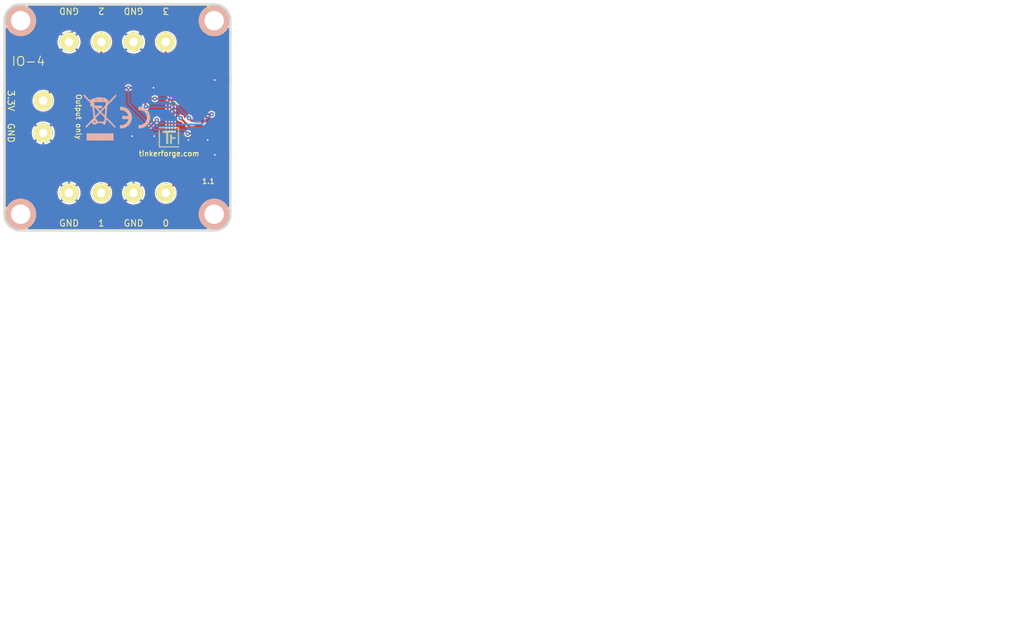
<source format=kicad_pcb>
(kicad_pcb (version 20221018) (generator pcbnew)
  (title_block (title "IO4 Bricklet") (date "18 jan 2013") (rev "1.1") (company "Tinkerforge GmbH") (comment 1 "Licensed under CERN OHL v.1.1") (comment 2 "Copyright (©) 2011, B.Nordmeyer <bastian@tinkerforge.com>"))
  (layers (0 "F.Cu" signal "Vorderseite") (31 "B.Cu" signal "Rückseite") (34 "B.Paste" user) (35 "F.Paste" user) (36 "B.SilkS" user "B.Silkscreen") (37 "F.SilkS" user "F.Silkscreen") (38 "B.Mask" user) (39 "F.Mask" user) (44 "Edge.Cuts" user))
  (net 0 "")
  (net 1 "GND")
  (net 2 "SCL")
  (net 3 "SDA")
  (net 4 "VCC")
  (net 5 "Net-(J1-Pad1)")
  (net 6 "Net-(J2-Pad1)")
  (net 7 "Net-(J3-Pad2)")
  (net 8 "Net-(J4-Pad2)")
  (net 9 "Net-(P1-Pad1)")
  (net 10 "Net-(P1-Pad6)")
  (net 11 "Net-(P1-Pad7)")
  (net 12 "Net-(P1-Pad8)")
  (net 13 "Net-(P1-Pad9)")
  (net 14 "Net-(P1-Pad10)")
  (net 15 "Net-(U1-Pad7)")
  (footprint "kicad-libraries:Logo_31x31" (layer "F.Cu") (at 148.3233 85.9028)
    (fp_text reference "Ref**" hide)
    (fp_text value "Val**" hide)
  )
  (footprint "kicad-libraries:Fiducial_Mark" (layer "F.Cu") (at 126.02464 95.60052)
    (fp_text reference "Fiducial_Mark" hide)
    (fp_text value "VAL**" hide)
    (pad "1" smd circle (at 0 0) (size 1.00076 1.00076) (layers "F.Cu" "F.Paste" "F.Mask") (clearance 0.65024))
  )
  (footprint "kicad-libraries:Fiducial_Mark" (layer "F.Cu") (at 157.9245 72.90054)
    (fp_text reference "Fiducial_Mark" hide)
    (fp_text value "VAL**" hide)
    (pad "1" smd circle (at 0 0) (size 1.00076 1.00076) (layers "F.Cu" "F.Paste" "F.Mask") (clearance 0.65024))
  )
  (footprint "C0603" (layer "F.Cu") (at 145.923 79.80172)
    (fp_text reference "C1")
    (fp_text value "100nF")
    (pad "1" smd rect (at -0.8001 0) (size 0.8001 0.8001) (layers "F.Cu" "F.Paste" "F.Mask") (net 4 "VCC"))
    (pad "2" smd rect (at 0.8001 0) (size 0.8001 0.8001) (layers "F.Cu" "F.Paste" "F.Mask") (net 1 "GND"))
  )
  (footprint "AKL_5_2" (layer "F.Cu") (at 146.92376 96.1009 180)
    (fp_text reference "J1")
    (fp_text value "AKL_5_2")
    (pad "1" thru_hole circle (at -2.49936 0 180) (size 2.99974 2.99974) (drill 1.30048) (layers "*.Cu" "*.Mask" "F.SilkS") (net 5 "Net-(J1-Pad1)"))
    (pad "2" thru_hole circle (at 2.49936 0 180) (size 2.99974 2.99974) (drill 1.30048) (layers "*.Cu" "*.Mask" "F.SilkS") (net 1 "GND"))
  )
  (footprint "AKL_5_2" (layer "F.Cu") (at 136.92378 96.1009 180)
    (fp_text reference "J2")
    (fp_text value "AKL_5_2")
    (pad "1" thru_hole circle (at -2.49936 0 180) (size 2.99974 2.99974) (drill 1.30048) (layers "*.Cu" "*.Mask" "F.SilkS") (net 6 "Net-(J2-Pad1)"))
    (pad "2" thru_hole circle (at 2.49936 0 180) (size 2.99974 2.99974) (drill 1.30048) (layers "*.Cu" "*.Mask" "F.SilkS") (net 1 "GND"))
  )
  (footprint "AKL_5_2" (layer "F.Cu") (at 136.92378 72.70242)
    (fp_text reference "J3")
    (fp_text value "AKL_5_2")
    (pad "1" thru_hole circle (at -2.49936 0) (size 2.99974 2.99974) (drill 1.30048) (layers "*.Cu" "*.Mask" "F.SilkS") (net 1 "GND"))
    (pad "2" thru_hole circle (at 2.49936 0) (size 2.99974 2.99974) (drill 1.30048) (layers "*.Cu" "*.Mask" "F.SilkS") (net 7 "Net-(J3-Pad2)"))
  )
  (footprint "AKL_5_2" (layer "F.Cu") (at 146.92376 72.70242)
    (fp_text reference "J4")
    (fp_text value "AKL_5_2")
    (pad "1" thru_hole circle (at -2.49936 0) (size 2.99974 2.99974) (drill 1.30048) (layers "*.Cu" "*.Mask" "F.SilkS") (net 1 "GND"))
    (pad "2" thru_hole circle (at 2.49936 0) (size 2.99974 2.99974) (drill 1.30048) (layers "*.Cu" "*.Mask" "F.SilkS") (net 8 "Net-(J4-Pad2)"))
  )
  (footprint "AKL_5_2" (layer "F.Cu") (at 130.42392 84.3026 90)
    (fp_text reference "J5")
    (fp_text value "AKL_5_2")
    (pad "1" thru_hole circle (at -2.49936 0 90) (size 2.99974 2.99974) (drill 1.30048) (layers "*.Cu" "*.Mask" "F.SilkS") (net 1 "GND"))
    (pad "2" thru_hole circle (at 2.49936 0 90) (size 2.99974 2.99974) (drill 1.30048) (layers "*.Cu" "*.Mask" "F.SilkS") (net 4 "VCC"))
  )
  (footprint "CON-SENSOR" (layer "F.Cu") (at 159.4231 84.4042 90)
    (fp_text reference "P1")
    (fp_text value "CON-SENSOR")
    (pad "1" smd rect (at -4.50088 -4.7752 90) (size 0.59944 1.5494) (layers "F.Cu" "F.Paste" "F.Mask") (net 9 "Net-(P1-Pad1)"))
    (pad "2" smd rect (at -3.50012 -4.7752 90) (size 0.59944 1.5494) (layers "F.Cu" "F.Paste" "F.Mask") (net 1 "GND"))
    (pad "3" smd rect (at -2.49936 -4.7752 90) (size 0.59944 1.5494) (layers "F.Cu" "F.Paste" "F.Mask") (net 4 "VCC"))
    (pad "4" smd rect (at -1.50114 -4.7752 90) (size 0.59944 1.5494) (layers "F.Cu" "F.Paste" "F.Mask") (net 2 "SCL"))
    (pad "5" smd rect (at -0.50038 -4.7752 90) (size 0.59944 1.5494) (layers "F.Cu" "F.Paste" "F.Mask") (net 3 "SDA"))
    (pad "6" smd rect (at 0.50038 -4.7752 90) (size 0.59944 1.5494) (layers "F.Cu" "F.Paste" "F.Mask") (net 10 "Net-(P1-Pad6)"))
    (pad "7" smd rect (at 1.50114 -4.7752 90) (size 0.59944 1.5494) (layers "F.Cu" "F.Paste" "F.Mask") (net 11 "Net-(P1-Pad7)"))
    (pad "8" smd rect (at 2.49936 -4.7752 90) (size 0.59944 1.5494) (layers "F.Cu" "F.Paste" "F.Mask") (net 12 "Net-(P1-Pad8)"))
    (pad "9" smd rect (at 3.50012 -4.7752 90) (size 0.59944 1.5494) (layers "F.Cu" "F.Paste" "F.Mask") (net 13 "Net-(P1-Pad9)"))
    (pad "10" smd rect (at 4.50088 -4.7752 90) (size 0.59944 1.5494) (layers "F.Cu" "F.Paste" "F.Mask") (net 14 "Net-(P1-Pad10)"))
    (pad "EP" smd rect (at -5.79882 -0.89916 90) (size 1.19888 1.80086) (layers "F.Cu" "F.Paste" "F.Mask") (net 1 "GND"))
    (pad "EP" smd rect (at 5.79882 -0.89916 90) (size 1.19888 1.80086) (layers "F.Cu" "F.Paste" "F.Mask") (net 1 "GND"))
  )
  (footprint "4X0402" (layer "F.Cu") (at 151.12492 81.40192 90)
    (fp_text reference "RP1")
    (fp_text value "100")
    (pad "1" smd rect (at -0.7493 0.575 270) (size 0.29972 0.65) (layers "F.Cu" "F.Paste" "F.Mask") (net 11 "Net-(P1-Pad7)"))
    (pad "2" smd rect (at -0.24892 0.575 270) (size 0.29972 0.65) (layers "F.Cu" "F.Paste" "F.Mask") (net 12 "Net-(P1-Pad8)"))
    (pad "3" smd rect (at 0.24892 0.575 270) (size 0.29972 0.65) (layers "F.Cu" "F.Paste" "F.Mask") (net 13 "Net-(P1-Pad9)"))
    (pad "4" smd rect (at 0.7493 0.575 270) (size 0.29972 0.65) (layers "F.Cu" "F.Paste" "F.Mask") (net 14 "Net-(P1-Pad10)"))
    (pad "5" smd rect (at 0.7493 -0.575 90) (size 0.29972 0.65) (layers "F.Cu" "F.Paste" "F.Mask") (net 8 "Net-(J4-Pad2)"))
    (pad "6" smd rect (at 0.24892 -0.575 90) (size 0.29972 0.65) (layers "F.Cu" "F.Paste" "F.Mask") (net 7 "Net-(J3-Pad2)"))
    (pad "7" smd rect (at -0.24892 -0.575 90) (size 0.29972 0.65) (layers "F.Cu" "F.Paste" "F.Mask") (net 6 "Net-(J2-Pad1)"))
    (pad "8" smd rect (at -0.7493 -0.575 90) (size 0.29972 0.65) (layers "F.Cu" "F.Paste" "F.Mask") (net 5 "Net-(J1-Pad1)"))
  )
  (footprint "kicad-libraries:TSSOP8" (layer "F.Cu") (at 145.923 84.40166)
    (fp_text reference "U1")
    (fp_text value "M24C64")
    (pad "1" smd rect (at -0.97282 2.89814 180) (size 0.39878 1.29794) (layers "F.Cu" "F.Paste" "F.Mask") (net 1 "GND"))
    (pad "2" smd rect (at -0.32258 2.89814 180) (size 0.39878 1.29794) (layers "F.Cu" "F.Paste" "F.Mask") (net 1 "GND"))
    (pad "3" smd rect (at 0.32258 2.89814 180) (size 0.39878 1.29794) (layers "F.Cu" "F.Paste" "F.Mask") (net 10 "Net-(P1-Pad6)"))
    (pad "4" smd rect (at 0.97282 2.89814 180) (size 0.39878 1.29794) (layers "F.Cu" "F.Paste" "F.Mask") (net 1 "GND"))
    (pad "5" smd rect (at 0.97282 -2.89814) (size 0.39878 1.29794) (layers "F.Cu" "F.Paste" "F.Mask") (net 3 "SDA"))
    (pad "6" smd rect (at 0.32258 -2.89814) (size 0.39878 1.29794) (layers "F.Cu" "F.Paste" "F.Mask") (net 2 "SCL"))
    (pad "7" smd rect (at -0.32258 -2.89814) (size 0.39878 1.29794) (layers "F.Cu" "F.Paste" "F.Mask") (net 15 "Net-(U1-Pad7)"))
    (pad "8" smd rect (at -0.97282 -2.89814) (size 0.39878 1.29794) (layers "F.Cu" "F.Paste" "F.Mask") (net 4 "VCC"))
  )
  (footprint "DRILL_NP" (layer "F.Cu") (at 156.92374 69.40042)
    (fp_text reference "U2" hide)
    (fp_text value "DRILL" hide)
    (pad "" np_thru_hole circle (at 0 0) (size 2.99974 2.99974) (drill 2.99974) (layers "*.Cu" "*.Mask" "F.SilkS") (clearance 0.89916))
  )
  (footprint "DRILL_NP" (layer "F.Cu") (at 156.92374 99.4029 90)
    (fp_text reference "U3" hide)
    (fp_text value "DRILL" hide)
    (pad "" np_thru_hole circle (at 0 0 90) (size 2.99974 2.99974) (drill 2.99974) (layers "*.Cu" "*.Mask" "F.SilkS") (clearance 0.89916))
  )
  (footprint "DRILL_NP" (layer "F.Cu") (at 126.9238 99.4029)
    (fp_text reference "U4" hide)
    (fp_text value "DRILL" hide)
    (pad "" np_thru_hole circle (at 0 0) (size 2.99974 2.99974) (drill 2.99974) (layers "*.Cu" "*.Mask" "F.SilkS") (clearance 0.89916))
  )
  (footprint "DRILL_NP" (layer "F.Cu") (at 126.9238 69.40042 90)
    (fp_text reference "U5" hide)
    (fp_text value "DRILL" hide)
    (pad "" np_thru_hole circle (at 0 0 90) (size 2.99974 2.99974) (drill 2.99974) (layers "*.Cu" "*.Mask" "F.SilkS") (clearance 0.89916))
  )
  (footprint "kicad-libraries:WEEE_7mm" (layer "B.Cu") (at 139.225 84.4 180)
    (fp_text reference "VAL" hide)
    (fp_text value "WEEE_7mm" hide)
  )
  (footprint "kicad-libraries:CE_5mm" (layer "B.Cu") (at 144.625 84.425 180)
    (fp_text reference "VAL" hide)
    (fp_text value "CE_5mm" hide)
  )
  (gr_arc (start 126.9238 101.90226) (mid 125.156486 101.170214) (end 124.42444 99.4029) (stroke (width 0.381)) (layer "Edge.Cuts"))
  (gr_line (start 159.4231 99.4029) (end 159.4231 94.40164) (stroke (width 0.381)) (layer "Edge.Cuts"))
  (gr_arc (start 159.4231 99.4029) (mid 158.691054 101.170214) (end 156.92374 101.90226) (stroke (width 0.381)) (layer "Edge.Cuts"))
  (gr_line (start 126.9238 101.90226) (end 156.92374 101.90226) (stroke (width 0.381)) (layer "Edge.Cuts"))
  (gr_line (start 124.42444 99.4029) (end 124.42444 69.40042) (stroke (width 0.381)) (layer "Edge.Cuts"))
  (gr_line (start 159.4231 74.40168) (end 159.4231 69.40042) (stroke (width 0.381)) (layer "Edge.Cuts"))
  (gr_arc (start 156.92374 66.90106) (mid 158.691054 67.633106) (end 159.4231 69.40042) (stroke (width 0.381)) (layer "Edge.Cuts"))
  (gr_arc (start 124.42444 69.40042) (mid 125.156486 67.633106) (end 126.9238 66.90106) (stroke (width 0.381)) (layer "Edge.Cuts"))
  (gr_line (start 159.4231 94.40418) (end 159.4231 74.40422) (stroke (width 0.381)) (layer "Edge.Cuts"))
  (gr_line (start 126.9238 66.90106) (end 156.92374 66.90106) (stroke (width 0.381)) (layer "Edge.Cuts"))
  (gr_text "GND" (at 134.42442 100.80244) (layer "F.SilkS") (effects (font (size 1.00076 1.00076) (thickness 0.14986))))
  (gr_text "3.3V" (at 125.42266 81.8007 270) (layer "F.SilkS") (effects (font (size 1.00076 1.00076) (thickness 0.14986))))
  (gr_text "IO-4" (at 128.12268 75.70216) (layer "F.SilkS") (effects (font (size 1.39954 1.39954) (thickness 0.14986))))
  (gr_text "1" (at 139.42314 100.80244) (layer "F.SilkS") (effects (font (size 1.00076 1.00076) (thickness 0.14986))))
  (gr_text "0" (at 149.42312 100.80244) (layer "F.SilkS") (effects (font (size 1.00076 1.00076) (thickness 0.14986))))
  (gr_text "GND" (at 144.4244 67.90182 180) (layer "F.SilkS") (effects (font (size 1.00076 1.00076) (thickness 0.14986))))
  (gr_text "2" (at 139.42314 67.90182 180) (layer "F.SilkS") (effects (font (size 1.00076 1.00076) (thickness 0.14986))))
  (gr_text "tinkerforge.com" (at 149.9235 90.00236) (layer "F.SilkS") (effects (font (size 0.8001 0.8001) (thickness 0.14986))))
  (gr_text "Output only" (at 135.92302 84.3026 270) (layer "F.SilkS") (effects (font (size 0.8001 0.8001) (thickness 0.14986))))
  (gr_text "3" (at 149.42312 67.90182 180) (layer "F.SilkS") (effects (font (size 1.00076 1.00076) (thickness 0.14986))))
  (gr_text "1.1" (at 156.02458 94.30258) (layer "F.SilkS") (effects (font (size 0.8001 0.8001) (thickness 0.14986))))
  (gr_text "GND" (at 144.4244 100.80244) (layer "F.SilkS") (effects (font (size 1.00076 1.00076) (thickness 0.14986))))
  (gr_text "GND" (at 125.42266 86.80196 270) (layer "F.SilkS") (effects (font (size 1.00076 1.00076) (thickness 0.14986))))
  (gr_text "GND" (at 134.42442 67.90182 180) (layer "F.SilkS") (effects (font (size 1.00076 1.00076) (thickness 0.14986))))
  (segment (start 144.22628 87.2998) (end 144.22374 87.30234) (width 0.29972) (layer "F.Cu") (net 1))
  (segment (start 157.02534 90.20302) (end 157.0228 90.20048) (width 0.29972) (layer "F.Cu") (net 1))
  (segment (start 146.89582 87.2998) (end 147.62226 87.2998) (width 0.29972) (layer "F.Cu") (net 1))
  (segment (start 157.02534 78.60538) (end 158.52394 78.60538) (width 0.29972) (layer "F.Cu") (net 1))
  (segment (start 154.6479 87.90432) (end 155.92044 87.90432) (width 0.29972) (layer "F.Cu") (net 1))
  (segment (start 152.92578 87.90432) (end 152.92324 87.90178) (width 0.29972) (layer "F.Cu") (net 1))
  (segment (start 158.52394 90.20302) (end 157.02534 90.20302) (width 0.29972) (layer "F.Cu") (net 1))
  (segment (start 155.92044 87.90432) (end 155.92298 87.90178) (width 0.29972) (layer "F.Cu") (net 1))
  (segment (start 144.95018 87.2998) (end 144.22628 87.2998) (width 0.29972) (layer "F.Cu") (net 1))
  (segment (start 147.62226 87.2998) (end 147.6248 87.30234) (width 0.29972) (layer "F.Cu") (net 1))
  (segment (start 157.0228 78.60284) (end 157.02534 78.60538) (width 0.29972) (layer "F.Cu") (net 1))
  (segment (start 154.6479 87.90432) (end 152.92578 87.90432) (width 0.29972) (layer "F.Cu") (net 1))
  (segment (start 146.7231 79.80172) (end 147.5232 79.80172) (width 0.29972) (layer "F.Cu") (net 1))
  (segment (start 145.60042 87.2998) (end 144.95018 87.2998) (width 0.29972) (layer "F.Cu") (net 1))
  (via (at 144.22374 87.30234) (size 0.70104) (drill 0.24892) (layers "F.Cu" "B.Cu") (net 1))
  (via (at 157.0228 90.20048) (size 0.70104) (drill 0.24892) (layers "F.Cu" "B.Cu") (net 1))
  (via (at 152.92324 87.90178) (size 0.70104) (drill 0.24892) (layers "F.Cu" "B.Cu") (net 1))
  (via (at 157.0228 78.60284) (size 0.70104) (drill 0.24892) (layers "F.Cu" "B.Cu") (net 1))
  (via (at 147.5232 79.80172) (size 0.70104) (drill 0.24892) (layers "F.Cu" "B.Cu") (net 1))
  (via (at 155.92298 87.90178) (size 0.70104) (drill 0.24892) (layers "F.Cu" "B.Cu") (net 1))
  (via (at 147.6248 87.30234) (size 0.70104) (drill 0.24892) (layers "F.Cu" "B.Cu") (net 1))
  (segment (start 135.82396 70.20052) (end 141.9225 70.20052) (width 0.29972) (layer "B.Cu") (net 1))
  (segment (start 134.42442 96.10344) (end 137.922 99.60102) (width 0.29972) (layer "B.Cu") (net 1))
  (segment (start 157.0228 90.20048) (end 157.9245 89.29878) (width 0.29972) (layer "B.Cu") (net 1))
  (segment (start 152.92324 87.90178) (end 148.02358 92.80144) (width 0.29972) (layer "B.Cu") (net 1))
  (segment (start 147.6248 87.30234) (end 148.22424 87.90178) (width 0.29972) (layer "B.Cu") (net 1))
  (segment (start 130.42392 92.1004) (end 134.42442 96.1009) (width 0.29972) (layer "B.Cu") (net 1))
  (segment (start 144.22374 87.30234) (end 141.82344 89.70264) (width 0.29972) (layer "B.Cu") (net 1))
  (segment (start 144.4244 72.70242) (end 144.4244 72.3011) (width 0.29972) (layer "B.Cu") (net 1))
  (segment (start 141.82344 89.70264) (end 137.22096 89.70264) (width 0.29972) (layer "B.Cu") (net 1))
  (segment (start 134.42442 92.49918) (end 134.42442 96.1009) (width 0.29972) (layer "B.Cu") (net 1))
  (segment (start 145.52422 92.80144) (end 144.4244 93.90126) (width 0.29972) (layer "B.Cu") (net 1))
  (segment (start 146.52498 70.20052) (end 151.72182 70.20052) (width 0.29972) (layer "B.Cu") (net 1))
  (segment (start 157.9245 89.29878) (end 157.9245 79.50454) (width 0.29972) (layer "B.Cu") (net 1))
  (segment (start 137.922 99.60102) (end 140.92428 99.60102) (width 0.29972) (layer "B.Cu") (net 1))
  (segment (start 157.9245 79.50454) (end 157.0228 78.60284) (width 0.29972) (layer "B.Cu") (net 1))
  (segment (start 137.22096 89.70264) (end 134.42442 92.49918) (width 0.29972) (layer "B.Cu") (net 1))
  (segment (start 157.0228 75.5015) (end 157.0228 78.60284) (width 0.29972) (layer "B.Cu") (net 1))
  (segment (start 151.72182 70.20052) (end 157.0228 75.5015) (width 0.29972) (layer "B.Cu") (net 1))
  (segment (start 140.92428 99.60102) (end 144.4244 96.1009) (width 0.29972) (layer "B.Cu") (net 1))
  (segment (start 130.42392 86.80196) (end 130.42392 92.1004) (width 0.29972) (layer "B.Cu") (net 1))
  (segment (start 144.4244 93.90126) (end 144.4244 96.1009) (width 0.29972) (layer "B.Cu") (net 1))
  (segment (start 147.5232 79.80172) (end 155.82392 79.80172) (width 0.29972) (layer "B.Cu") (net 1))
  (segment (start 144.4244 72.3011) (end 146.52498 70.20052) (width 0.29972) (layer "B.Cu") (net 1))
  (segment (start 157.0228 89.0016) (end 157.0228 90.20048) (width 0.29972) (layer "B.Cu") (net 1))
  (segment (start 141.9225 70.20052) (end 144.4244 72.70242) (width 0.29972) (layer "B.Cu") (net 1))
  (segment (start 155.92298 87.90178) (end 157.0228 89.0016) (width 0.29972) (layer "B.Cu") (net 1))
  (segment (start 148.02358 92.80144) (end 145.52422 92.80144) (width 0.29972) (layer "B.Cu") (net 1))
  (segment (start 134.42442 71.60006) (end 135.82396 70.20052) (width 0.29972) (layer "B.Cu") (net 1))
  (segment (start 155.82392 79.80172) (end 157.0228 78.60284) (width 0.29972) (layer "B.Cu") (net 1))
  (segment (start 148.22424 87.90178) (end 152.92324 87.90178) (width 0.29972) (layer "B.Cu") (net 1))
  (segment (start 134.42442 72.70242) (end 134.42442 71.60006) (width 0.29972) (layer "B.Cu") (net 1))
  (segment (start 134.42442 96.1009) (end 134.42442 96.10344) (width 0.29972) (layer "B.Cu") (net 1))
  (segment (start 146.32432 82.7024) (end 146.24558 82.62366) (width 0.29972) (layer "F.Cu") (net 2))
  (segment (start 153.12898 85.90534) (end 151.72436 84.50072) (width 0.29972) (layer "F.Cu") (net 2))
  (segment (start 146.24558 82.62366) (end 146.24558 81.50352) (width 0.29972) (layer "F.Cu") (net 2))
  (segment (start 154.6479 85.90534) (end 153.12898 85.90534) (width 0.29972) (layer "F.Cu") (net 2))
  (via (at 151.72436 84.50072) (size 0.70104) (drill 0.24892) (layers "F.Cu" "B.Cu") (net 2))
  (via (at 146.32432 82.7024) (size 0.70104) (drill 0.24892) (layers "F.Cu" "B.Cu") (net 2))
  (segment (start 151.72436 84.50072) (end 150.0251 82.80146) (width 0.29972) (layer "B.Cu") (net 2))
  (segment (start 146.42338 82.80146) (end 146.32432 82.7024) (width 0.29972) (layer "B.Cu") (net 2))
  (segment (start 150.0251 82.80146) (end 146.42338 82.80146) (width 0.29972) (layer "B.Cu") (net 2))
  (segment (start 147.72386 81.50098) (end 147.72132 81.50352) (width 0.29972) (layer "F.Cu") (net 3))
  (segment (start 147.72132 81.50352) (end 146.89582 81.50352) (width 0.29972) (layer "F.Cu") (net 3))
  (segment (start 153.4287 84.90458) (end 153.02484 84.50072) (width 0.29972) (layer "F.Cu") (net 3))
  (segment (start 154.6479 84.90458) (end 153.4287 84.90458) (width 0.29972) (layer "F.Cu") (net 3))
  (via (at 153.02484 84.50072) (size 0.70104) (drill 0.24892) (layers "F.Cu" "B.Cu") (net 3))
  (via (at 147.72386 81.50098) (size 0.70104) (drill 0.24892) (layers "F.Cu" "B.Cu") (net 3))
  (segment (start 153.02484 84.50072) (end 150.0251 81.50098) (width 0.29972) (layer "B.Cu") (net 3))
  (segment (start 150.0251 81.50098) (end 147.72386 81.50098) (width 0.29972) (layer "B.Cu") (net 3))
  (segment (start 130.42392 81.50098) (end 130.42392 81.80324) (width 0.29972) (layer "F.Cu") (net 4))
  (segment (start 144.95018 80.57388) (end 144.95018 81.50352) (width 0.29972) (layer "F.Cu") (net 4))
  (segment (start 143.6243 79.80172) (end 145.1229 79.80172) (width 0.29972) (layer "F.Cu") (net 4))
  (segment (start 152.82672 86.90356) (end 152.82418 86.90102) (width 0.29972) (layer "F.Cu") (net 4))
  (segment (start 154.6479 86.90356) (end 152.82672 86.90356) (width 0.29972) (layer "F.Cu") (net 4))
  (segment (start 132.12318 79.80172) (end 130.42392 81.50098) (width 0.29972) (layer "F.Cu") (net 4))
  (segment (start 145.1229 79.80172) (end 145.1229 80.40116) (width 0.29972) (layer "F.Cu") (net 4))
  (segment (start 143.6243 79.80172) (end 132.12318 79.80172) (width 0.29972) (layer "F.Cu") (net 4))
  (segment (start 145.1229 80.40116) (end 144.95018 80.57388) (width 0.29972) (layer "F.Cu") (net 4))
  (via (at 143.6243 79.80172) (size 0.70104) (drill 0.24892) (layers "F.Cu" "B.Cu") (net 4))
  (via (at 152.82418 86.90102) (size 0.70104) (drill 0.24892) (layers "F.Cu" "B.Cu") (net 4))
  (segment (start 152.82418 86.90102) (end 152.22474 86.30158) (width 0.29972) (layer "B.Cu") (net 4))
  (segment (start 152.22474 86.30158) (end 147.72386 86.30158) (width 0.29972) (layer "B.Cu") (net 4))
  (segment (start 143.6243 82.20202) (end 143.6243 79.80172) (width 0.29972) (layer "B.Cu") (net 4))
  (segment (start 147.72386 86.30158) (end 143.6243 82.20202) (width 0.29972) (layer "B.Cu") (net 4))
  (segment (start 150.62708 94.89694) (end 149.42312 96.1009) (width 0.29972) (layer "F.Cu") (net 5))
  (segment (start 150.62708 82.15122) (end 150.62708 94.89694) (width 0.29972) (layer "F.Cu") (net 5))
  (segment (start 142.92326 93.7006) (end 141.82344 93.7006) (width 0.29972) (layer "F.Cu") (net 6))
  (segment (start 141.82344 93.7006) (end 139.42314 96.1009) (width 0.29972) (layer "F.Cu") (net 6))
  (segment (start 149.72284 86.90102) (end 142.92326 93.7006) (width 0.29972) (layer "F.Cu") (net 6))
  (segment (start 149.72284 82.00136) (end 149.72284 86.90102) (width 0.29972) (layer "F.Cu") (net 6))
  (segment (start 150.62708 81.65084) (end 150.07336 81.65084) (width 0.29972) (layer "F.Cu") (net 6))
  (segment (start 150.07336 81.65084) (end 149.72284 82.00136) (width 0.29972) (layer "F.Cu") (net 6))
  (segment (start 150.07336 81.153) (end 146.7231 77.80274) (width 0.29972) (layer "F.Cu") (net 7))
  (segment (start 150.62708 81.153) (end 150.07336 81.153) (width 0.29972) (layer "F.Cu") (net 7))
  (segment (start 142.22476 77.80274) (end 139.42314 75.00112) (width 0.29972) (layer "F.Cu") (net 7))
  (segment (start 139.42314 75.00112) (end 139.42314 72.70242) (width 0.29972) (layer "F.Cu") (net 7))
  (segment (start 146.7231 77.80274) (end 142.22476 77.80274) (width 0.29972) (layer "F.Cu") (net 7))
  (segment (start 150.62708 80.00492) (end 149.42312 78.80096) (width 0.29972) (layer "F.Cu") (net 8))
  (segment (start 149.42312 78.80096) (end 149.42312 72.70242) (width 0.29972) (layer "F.Cu") (net 8))
  (segment (start 150.62708 80.65262) (end 150.62708 80.00492) (width 0.29972) (layer "F.Cu") (net 8))
  (segment (start 156.52496 83.90128) (end 156.52242 83.90382) (width 0.29972) (layer "F.Cu") (net 10))
  (segment (start 146.24558 87.2998) (end 146.24558 86.57844) (width 0.29972) (layer "F.Cu") (net 10))
  (segment (start 146.24558 86.57844) (end 148.02358 84.80044) (width 0.29972) (layer "F.Cu") (net 10))
  (segment (start 156.52242 83.90382) (end 154.6479 83.90382) (width 0.29972) (layer "F.Cu") (net 10))
  (via (at 156.52496 83.90128) (size 0.70104) (drill 0.24892) (layers "F.Cu" "B.Cu") (net 10))
  (via (at 148.02358 84.80044) (size 0.70104) (drill 0.24892) (layers "F.Cu" "B.Cu") (net 10))
  (segment (start 154.92476 85.50148) (end 156.52496 83.90128) (width 0.29972) (layer "B.Cu") (net 10))
  (segment (start 151.12492 85.30082) (end 151.32558 85.50148) (width 0.29972) (layer "B.Cu") (net 10))
  (segment (start 148.02358 84.80044) (end 148.52396 85.30082) (width 0.29972) (layer "B.Cu") (net 10))
  (segment (start 151.32558 85.50148) (end 154.92476 85.50148) (width 0.29972) (layer "B.Cu") (net 10))
  (segment (start 148.52396 85.30082) (end 151.12492 85.30082) (width 0.29972) (layer "B.Cu") (net 10))
  (segment (start 151.77516 82.15122) (end 152.527 82.90306) (width 0.29972) (layer "F.Cu") (net 11))
  (segment (start 151.62276 82.15122) (end 151.77516 82.15122) (width 0.29972) (layer "F.Cu") (net 11))
  (segment (start 152.527 82.90306) (end 154.6479 82.90306) (width 0.29972) (layer "F.Cu") (net 11))
  (segment (start 152.3746 81.65084) (end 152.6286 81.90484) (width 0.29972) (layer "F.Cu") (net 12))
  (segment (start 152.6286 81.90484) (end 154.6479 81.90484) (width 0.29972) (layer "F.Cu") (net 12))
  (segment (start 151.62276 81.65084) (end 152.3746 81.65084) (width 0.29972) (layer "F.Cu") (net 12))
  (segment (start 152.52192 80.90408) (end 154.6479 80.90408) (width 0.29972) (layer "F.Cu") (net 13))
  (segment (start 152.273 81.153) (end 152.52192 80.90408) (width 0.29972) (layer "F.Cu") (net 13))
  (segment (start 151.62276 81.153) (end 152.273 81.153) (width 0.29972) (layer "F.Cu") (net 13))
  (segment (start 151.62276 80.65262) (end 151.97074 80.65262) (width 0.29972) (layer "F.Cu") (net 14))
  (segment (start 151.97074 80.65262) (end 152.72004 79.90332) (width 0.29972) (layer "F.Cu") (net 14))
  (segment (start 152.72004 79.90332) (end 154.6479 79.90332) (width 0.29972) (layer "F.Cu") (net 14))
  (zone (net 1) (net_name "GND") (layer "F.Cu") (connect_pads (clearance 0.20066)) (min_thickness 0.20066) (fill yes (thermal_gap 0.29972) (thermal_bridge_width 0.29972))
    (polygon (pts (xy 159.4231 101.90226) (xy 159.4231 66.90106) (xy 124.42444 66.90106) (xy 124.42444 101.90226)))
  )
  (zone (net 1) (net_name "GND") (layer "B.Cu") (connect_pads (clearance 0.20066)) (min_thickness 0.20066) (fill yes (thermal_gap 0.29972) (thermal_bridge_width 0.29972))
    (polygon (pts (xy 159.4231 101.90226) (xy 159.4231 66.90106) (xy 124.42444 66.90106) (xy 124.42444 101.90226)))
  )
)
</source>
